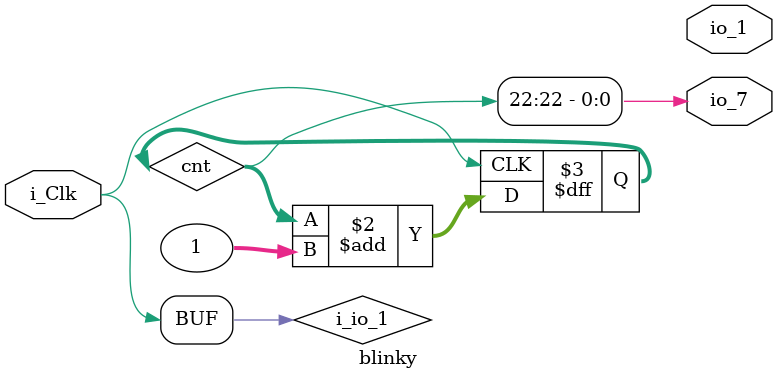
<source format=v>
module blinky
  (input i_Clk,
   output io_1,
   output io_7);
       
  // create a binary counter
  reg [31:0] cnt;
  always @(posedge i_Clk) cnt <= cnt+1;

  assign i_io_1 = i_Clk;    // output the clock signal
  assign io_7 = cnt[22];    // blink an LED at a few Hz
   
endmodule


</source>
